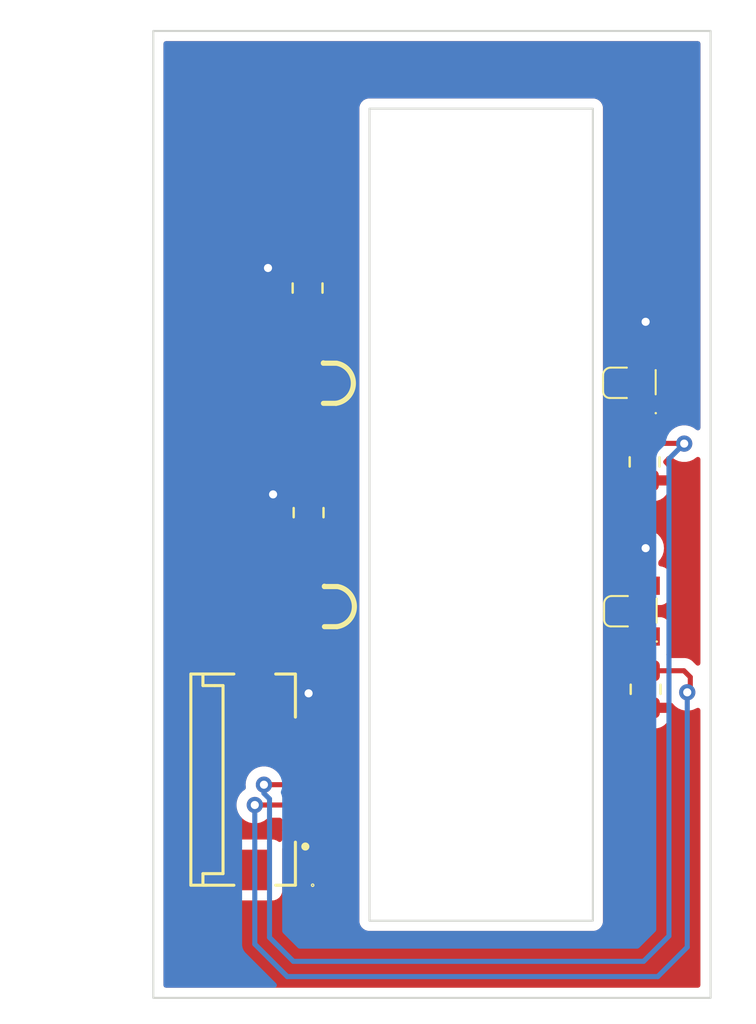
<source format=kicad_pcb>
(kicad_pcb (version 20240108) (generator "pcbnew") (generator_version "8.0")
  (layers (0 "F.Cu" signal) (31 "B.Cu" signal) (34 "B.Paste" user) (35 "F.Paste" user) (36 "B.SilkS" user "B.Silkscreen") (37 "F.SilkS" user "F.Silkscreen") (38 "B.Mask" user) (39 "F.Mask" user) (44 "Edge.Cuts" user))
  (net 0 "")
  (net 1 "Optical-Output1")
  (net 3 "Optical-Output2")
  (net 4 "+3V3")
  (net 8 "GND")
  (net 13 "Net-(R1-Pad2)")
  (net 14 "Net-(R3-Pad2)")
  (footprint "MyKicadFootprints:OPTO-SMD_PT26-51B-TR8" (layer "F.Cu") (at 163.6 77.150064 90)
    (property "Reference" "LED2" (hide yes))
    (property "Value" "PT26-51B/TR8")
    (fp_line (start -0.000686 -2.046177) (end 0.362535 -2.046177) (stroke (width 0.1)) (layer "F.SilkS"))
    (fp_line (start -0.000686 -2.046177) (end -0.419787 -2.046177) (stroke (width 0.1)) (layer "F.SilkS"))
    (fp_line (start -0.752527 -1.713437) (end -0.752527 -0.880315) (stroke (width 0.1)) (layer "F.SilkS"))
    (fp_line (start 0.743536 -1.665177) (end 0.743536 -0.880315) (stroke (width 0.1)) (layer "F.SilkS"))
    (fp_line (start 0.619634 0.544602) (end 0.619634 0.547142) (stroke (width 0.1)) (layer "F.SilkS"))
    (fp_line (start -0.574168 0.544602) (end 0.619634 0.544602) (stroke (width 0.1)) (layer "F.SilkS"))
    (fp_arc (start 0.362535 -2.046177) (mid 0.631943 -1.934585) (end 0.743535 -1.665177) (stroke (width 0.1)) (layer "F.SilkS"))
    (fp_arc (start -0.752527 -1.713437) (mid -0.65507 -1.94872) (end -0.419787 -2.046177) (stroke (width 0.1)) (layer "F.SilkS"))
    (fp_arc (start 0.743536 -0.880315) (mid 0.742792 -0.878519) (end 0.740996 -0.877775) (stroke (width 0.1)) (layer "F.SilkS"))
    (fp_arc (start -0.752527 -0.880315) (mid -0.753271 -0.878519) (end -0.755067 -0.877775) (stroke (width 0.1)) (layer "F.SilkS"))
    (fp_circle (center -1.499594 0.550013) (end -1.469596 0.550013) (stroke (width 0.059995)) (fill none) (layer "F.SilkS"))
    (pad "1" smd rect (at -1.249936 0 90) (size 0.9 1.4) (layers "F.Cu" "F.Paste" "F.Mask") (net 3 "Optical-Output2"))
    (pad "2" smd rect (at 1.249936 0 90) (size 0.9 1.4) (layers "F.Cu" "F.Paste" "F.Mask") (net 4 "+3V3"))
  )
  (footprint "Resistor_SMD:R_0805_2012Metric" (layer "F.Cu") (at 147 72.3 -90)
    (property "Reference" "R3" (hide yes))
    (property "Value" "100")
    (fp_line (start -0.227064 0.735) (end 0.227064 0.735) (stroke (width 0.12)) (layer "F.SilkS"))
    (fp_line (start -0.227064 -0.735) (end 0.227064 -0.735) (stroke (width 0.12)) (layer "F.SilkS"))
    (pad "1" smd roundrect (at -0.9125 0 270) (size 1.025 1.4) (layers "F.Cu" "F.Paste" "F.Mask") (roundrect_rratio 0.243902) (net 4 "+3V3"))
    (pad "2" smd roundrect (at 0.9125 0 270) (size 1.025 1.4) (layers "F.Cu" "F.Paste" "F.Mask") (roundrect_rratio 0.243902) (net 14 "Net-(R3-Pad2)"))
  )
  (footprint "Resistor_SMD:R_0805_2012Metric" (layer "F.Cu") (at 163.6 81 -90)
    (property "Reference" "R4" (hide yes))
    (property "Value" "1k")
    (fp_line (start -0.227064 0.735) (end 0.227064 0.735) (stroke (width 0.12)) (layer "F.SilkS"))
    (fp_line (start -0.227064 -0.735) (end 0.227064 -0.735) (stroke (width 0.12)) (layer "F.SilkS"))
    (pad "1" smd roundrect (at -0.9125 0 270) (size 1.025 1.4) (layers "F.Cu" "F.Paste" "F.Mask") (roundrect_rratio 0.243902) (net 3 "Optical-Output2"))
    (pad "2" smd roundrect (at 0.9125 0 270) (size 1.025 1.4) (layers "F.Cu" "F.Paste" "F.Mask") (roundrect_rratio 0.243902) (net 8 "GND"))
  )
  (footprint "MyKicadFootprints:LED-SMD_3P-L3.0-W2.5" (layer "F.Cu") (at 146.675133 76.900013 -90)
    (property "Reference" "U2" (hide yes))
    (property "Value" "XZTHI56W-1")
    (fp_line (start -0.960325 -1.102692) (end -0.976937 -1.102692) (stroke (width 0.254001)) (layer "F.SilkS"))
    (fp_line (start 1.016002 -1.721996) (end 1.016002 -1.106147) (stroke (width 0.254001)) (layer "F.SilkS"))
    (fp_line (start -0.960325 -1.744933) (end -0.960325 -1.102692) (stroke (width 0.254001)) (layer "F.SilkS"))
    (fp_arc (start -0.960325 -1.744958) (mid 0.037678 -2.580446) (end 1.016001 -1.721997) (stroke (width 0.254001)) (layer "F.SilkS"))
    (pad "1" smd rect (at -1.750013 -0.324867 270) (size 1.5 1.1) (layers "F.Cu" "F.Paste" "F.Mask") (net 14 "Net-(R3-Pad2)"))
    (pad "2" smd rect (at 1.750114 -0.325121 270) (size 1.5 1.1) (layers "F.Cu" "F.Paste" "F.Mask") (net 8 "GND"))
    (pad "3" smd rect (at 0.000051 0.324867 270) (size 0.9 0.9) (layers "F.Cu" "F.Paste" "F.Mask"))
  )
  (footprint "Resistor_SMD:R_0805_2012Metric" (layer "F.Cu") (at 163.55 69.8 -90)
    (property "Reference" "R2" (hide yes))
    (property "Value" "1k")
    (fp_line (start -0.227064 0.735) (end 0.227064 0.735) (stroke (width 0.12)) (layer "F.SilkS"))
    (fp_line (start -0.227064 -0.735) (end 0.227064 -0.735) (stroke (width 0.12)) (layer "F.SilkS"))
    (pad "1" smd roundrect (at -0.9125 0 270) (size 1.025 1.4) (layers "F.Cu" "F.Paste" "F.Mask") (roundrect_rratio 0.243902) (net 1 "Optical-Output1"))
    (pad "2" smd roundrect (at 0.9125 0 270) (size 1.025 1.4) (layers "F.Cu" "F.Paste" "F.Mask") (roundrect_rratio 0.243902) (net 8 "GND"))
  )
  (footprint "Resistor_SMD:R_0805_2012Metric" (layer "F.Cu") (at 146.95 61.2375 -90)
    (property "Reference" "R1" (hide yes))
    (property "Value" "100")
    (fp_line (start -0.227064 0.735) (end 0.227064 0.735) (stroke (width 0.12)) (layer "F.SilkS"))
    (fp_line (start -0.227064 -0.735) (end 0.227064 -0.735) (stroke (width 0.12)) (layer "F.SilkS"))
    (pad "1" smd roundrect (at -0.9125 0 270) (size 1.025 1.4) (layers "F.Cu" "F.Paste" "F.Mask") (roundrect_rratio 0.243902) (net 4 "+3V3"))
    (pad "2" smd roundrect (at 0.9125 0 270) (size 1.025 1.4) (layers "F.Cu" "F.Paste" "F.Mask") (roundrect_rratio 0.243902) (net 13 "Net-(R1-Pad2)"))
  )
  (footprint "MyKicadFootprints:LED-SMD_3P-L3.0-W2.5" (layer "F.Cu") (at 146.625133 65.900013 -90)
    (property "Reference" "U1" (hide yes))
    (property "Value" "XZTHI56W-1")
    (fp_line (start -0.960325 -1.102692) (end -0.976937 -1.102692) (stroke (width 0.254001)) (layer "F.SilkS"))
    (fp_line (start 1.016002 -1.721996) (end 1.016002 -1.106147) (stroke (width 0.254001)) (layer "F.SilkS"))
    (fp_line (start -0.960325 -1.744933) (end -0.960325 -1.102692) (stroke (width 0.254001)) (layer "F.SilkS"))
    (fp_arc (start -0.960325 -1.744958) (mid 0.037678 -2.580446) (end 1.016001 -1.721997) (stroke (width 0.254001)) (layer "F.SilkS"))
    (pad "1" smd rect (at -1.750013 -0.324867 270) (size 1.5 1.1) (layers "F.Cu" "F.Paste" "F.Mask") (net 13 "Net-(R1-Pad2)"))
    (pad "2" smd rect (at 1.750114 -0.325121 270) (size 1.5 1.1) (layers "F.Cu" "F.Paste" "F.Mask") (net 8 "GND"))
    (pad "3" smd rect (at 0.000051 0.324867 270) (size 0.9 0.9) (layers "F.Cu" "F.Paste" "F.Mask"))
  )
  (footprint "MyKicadFootprints:OPTO-SMD_PT26-51B-TR8" (layer "F.Cu") (at 163.55 65.900064 90)
    (property "Reference" "LED1" (hide yes))
    (property "Value" "PT26-51B/TR8")
    (fp_line (start -0.000686 -2.046177) (end 0.362535 -2.046177) (stroke (width 0.1)) (layer "F.SilkS"))
    (fp_line (start -0.000686 -2.046177) (end -0.419787 -2.046177) (stroke (width 0.1)) (layer "F.SilkS"))
    (fp_line (start -0.752527 -1.713437) (end -0.752527 -0.880315) (stroke (width 0.1)) (layer "F.SilkS"))
    (fp_line (start 0.743536 -1.665177) (end 0.743536 -0.880315) (stroke (width 0.1)) (layer "F.SilkS"))
    (fp_line (start 0.619634 0.544602) (end 0.619634 0.547142) (stroke (width 0.1)) (layer "F.SilkS"))
    (fp_line (start -0.574168 0.544602) (end 0.619634 0.544602) (stroke (width 0.1)) (layer "F.SilkS"))
    (fp_arc (start 0.362535 -2.046177) (mid 0.631943 -1.934585) (end 0.743535 -1.665177) (stroke (width 0.1)) (layer "F.SilkS"))
    (fp_arc (start -0.752527 -1.713437) (mid -0.65507 -1.94872) (end -0.419787 -2.046177) (stroke (width 0.1)) (layer "F.SilkS"))
    (fp_arc (start 0.743536 -0.880315) (mid 0.742792 -0.878519) (end 0.740996 -0.877775) (stroke (width 0.1)) (layer "F.SilkS"))
    (fp_arc (start -0.752527 -0.880315) (mid -0.753271 -0.878519) (end -0.755067 -0.877775) (stroke (width 0.1)) (layer "F.SilkS"))
    (fp_circle (center -1.499594 0.550013) (end -1.469596 0.550013) (stroke (width 0.059995)) (fill none) (layer "F.SilkS"))
    (pad "1" smd rect (at -1.249936 0 90) (size 0.9 1.4) (layers "F.Cu" "F.Paste" "F.Mask") (net 1 "Optical-Output1"))
    (pad "2" smd rect (at 1.249936 0 90) (size 0.9 1.4) (layers "F.Cu" "F.Paste" "F.Mask") (net 4 "+3V3"))
  )
  (footprint "MyKicadFootprints:FPC-SMD_12P-P0.50_HCTL_XW05202-120R-00" (layer "F.Cu") (at 145.65 85.45 -90)
    (property "Reference" "J1" (hide yes))
    (property "Value" "vik-module-connector")
    (fp_line (start -5.200991 4.450013) (end -5.200991 2.330124) (stroke (width 0.151994)) (layer "F.SilkS"))
    (fp_line (start 5.200991 4.450013) (end -5.200991 4.450013) (stroke (width 0.151994)) (layer "F.SilkS"))
    (fp_line (start -5.201041 3.854712) (end -4.63208 3.854712) (stroke (width 0.151994)) (layer "F.SilkS"))
    (fp_line (start -4.63208 3.854712) (end -4.63208 3.273051) (stroke (width 0.151994)) (layer "F.SilkS"))
    (fp_line (start 4.631318 3.854712) (end 5.200279 3.854712) (stroke (width 0.151994)) (layer "F.SilkS"))
    (fp_line (start 5.200279 3.854712) (end 5.200279 3.659131) (stroke (width 0.151994)) (layer "F.SilkS"))
    (fp_line (start -4.63208 3.273051) (end -4.63208 2.86411) (stroke (width 0.151994)) (layer "F.SilkS"))
    (fp_line (start -4.63208 2.86411) (end 4.631318 2.86411) (stroke (width 0.151994)) (layer "F.SilkS"))
    (fp_line (start 4.631318 2.86411) (end 4.631318 3.854712) (stroke (width 0.151994)) (layer "F.SilkS"))
    (fp_line (start 5.200991 2.330124) (end 5.200991 4.450013) (stroke (width 0.151994)) (layer "F.SilkS"))
    (fp_line (start -5.200991 0.269825) (end -5.200991 -0.7) (stroke (width 0.151994)) (layer "F.SilkS"))
    (fp_line (start -5.200991 -0.7) (end -3.080086 -0.7) (stroke (width 0.151994)) (layer "F.SilkS"))
    (fp_line (start 3.080086 -0.7) (end 5.190018 -0.7) (stroke (width 0.151994)) (layer "F.SilkS"))
    (fp_line (start 5.190018 -0.7) (end 5.202007 -0.688011) (stroke (width 0.151994)) (layer "F.SilkS"))
    (fp_line (start 5.200991 -0.7) (end 5.200991 0.269825) (stroke (width 0.151994)) (layer "F.SilkS"))
    (fp_circle (center 3.295022 -1.189992) (end 3.395098 -1.189992) (stroke (width 0.2)) (fill none) (layer "F.SilkS"))
    (fp_circle (center 5.200787 -1.549911) (end 5.230759 -1.549911) (stroke (width 0.059995)) (fill none) (layer "F.SilkS"))
    (pad "1" smd rect (at 2.749936 -1.299975 90) (size 0.3 1.5) (layers "F.Cu" "F.Paste" "F.Mask"))
    (pad "2" smd rect (at 2.250064 -1.299975 90) (size 0.3 1.5) (layers "F.Cu" "F.Paste" "F.Mask"))
    (pad "3" smd rect (at 1.749936 -1.299975 90) (size 0.3 1.5) (layers "F.Cu" "F.Paste" "F.Mask"))
    (pad "4" smd rect (at 1.250064 -1.299975 90) (size 0.3 1.5) (layers "F.Cu" "F.Paste" "F.Mask") (net 3 "Optical-Output2"))
    (pad "5" smd rect (at 0.749936 -1.299975 90) (size 0.3 1.5) (layers "F.Cu" "F.Paste" "F.Mask"))
    (pad "6" smd rect (at 0.250064 -1.299975 90) (size 0.3 1.5) (layers "F.Cu" "F.Paste" "F.Mask") (net 1 "Optical-Output1"))
    (pad "7" smd rect (at -0.250064 -1.299975 90) (size 0.3 1.5) (layers "F.Cu" "F.Paste" "F.Mask"))
    (pad "8" smd rect (at -0.749936 -1.299975 90) (size 0.3 1.5) (layers "F.Cu" "F.Paste" "F.Mask"))
    (pad "9" smd rect (at -1.250064 -1.299975 90) (size 0.3 1.5) (layers "F.Cu" "F.Paste" "F.Mask"))
    (pad "10" smd rect (at -1.749936 -1.299975 90) (size 0.3 1.5) (layers "F.Cu" "F.Paste" "F.Mask"))
    (pad "11" smd rect (at -2.250064 -1.299975 90) (size 0.3 1.5) (layers "F.Cu" "F.Paste" "F.Mask") (net 8 "GND"))
    (pad "12" smd rect (at -2.749936 -1.299975 90) (size 0.3 1.5) (layers "F.Cu" "F.Paste" "F.Mask") (net 4 "+3V3"))
    (pad "13" smd rect (at -4.449962 1.299975 90) (size 2 1.7) (layers "F.Cu" "F.Paste" "F.Mask"))
    (pad "14" smd rect (at 4.449962 1.299975 90) (size 2 1.7) (layers "F.Cu" "F.Paste" "F.Mask"))
  )
  (gr_rect (start 150 52.4) (end 161 92.4) (stroke (width 0.1)) (fill none) (layer "Edge.Cuts"))
  (gr_rect (start 139.35 48.575) (end 166.8 96.2) (stroke (width 0.1)) (fill none) (layer "Edge.Cuts"))
  (segment (start 144.8 85.7) (end 146.949911 85.7) (width 0.25) (layer "F.Cu") (net 1))
  (segment (start 163.55 68.8875) (end 163.55 67.15) (width 0.25) (layer "F.Cu") (net 1))
  (segment (start 163.55 68.8875) (end 165.4875 68.8875) (width 0.25) (layer "F.Cu") (net 1))
  (segment (start 146.949911 85.7) (end 146.949975 85.700064) (width 0.25) (layer "F.Cu") (net 1))
  (segment (start 165.4875 68.8875) (end 165.5 68.9) (width 0.25) (layer "F.Cu") (net 1))
  (via (at 165.5 68.9) (size 0.8) (drill 0.4) (layers "F.Cu" "B.Cu") (net 1))
  (via (at 144.8 85.7) (size 0.8) (drill 0.4) (layers "F.Cu" "B.Cu") (net 1))
  (segment (start 144.8 86.124695) (end 145.075 86.399695) (width 0.25) (layer "B.Cu") (net 1))
  (segment (start 163.5 94.4) (end 164.75 93.15) (width 0.25) (layer "B.Cu") (net 1))
  (segment (start 164.75 69.65) (end 165.5 68.9) (width 0.25) (layer "B.Cu") (net 1))
  (segment (start 164.75 93.15) (end 164.75 69.65) (width 0.25) (layer "B.Cu") (net 1))
  (segment (start 144.8 85.7) (end 144.8 86.124695) (width 0.25) (layer "B.Cu") (net 1))
  (segment (start 146.25 94.4) (end 163.5 94.4) (width 0.25) (layer "B.Cu") (net 1))
  (segment (start 145.075 86.399695) (end 145.075 93.225) (width 0.25) (layer "B.Cu") (net 1))
  (segment (start 145.075 93.225) (end 146.25 94.4) (width 0.25) (layer "B.Cu") (net 1))
  (segment (start 165.4875 80.0875) (end 165.8 80.4) (width 0.25) (layer "F.Cu") (net 3))
  (segment (start 163.6 80.0875) (end 165.4875 80.0875) (width 0.25) (layer "F.Cu") (net 3))
  (segment (start 144.350064 86.700064) (end 146.949975 86.700064) (width 0.25) (layer "F.Cu") (net 3))
  (segment (start 165.8 81) (end 165.65 81.15) (width 0.25) (layer "F.Cu") (net 3))
  (segment (start 144.35 86.7) (end 144.350064 86.700064) (width 0.25) (layer "F.Cu") (net 3))
  (segment (start 163.6 80.0875) (end 163.6 78.4) (width 0.25) (layer "F.Cu") (net 3))
  (segment (start 165.8 80.4) (end 165.8 81) (width 0.25) (layer "F.Cu") (net 3))
  (via (at 165.65 81.15) (size 0.8) (drill 0.4) (layers "F.Cu" "B.Cu") (net 3))
  (via (at 144.35 86.7) (size 0.8) (drill 0.4) (layers "F.Cu" "B.Cu") (net 3))
  (segment (start 144.35 86.7) (end 144.35 93.55) (width 0.25) (layer "B.Cu") (net 3))
  (segment (start 165.65 93.7) (end 165.65 81.15) (width 0.25) (layer "B.Cu") (net 3))
  (segment (start 144.35 93.55) (end 145.95 95.15) (width 0.25) (layer "B.Cu") (net 3))
  (segment (start 145.95 95.15) (end 164.2 95.15) (width 0.25) (layer "B.Cu") (net 3))
  (segment (start 164.2 95.15) (end 165.65 93.7) (width 0.25) (layer "B.Cu") (net 3))
  (segment (start 163.55 62.95) (end 163.6 62.9) (width 0.25) (layer "F.Cu") (net 4))
  (segment (start 146.949975 81.250025) (end 147 81.2) (width 0.25) (layer "F.Cu") (net 4))
  (segment (start 163.55 64.650128) (end 163.55 62.95) (width 0.25) (layer "F.Cu") (net 4))
  (segment (start 147 71.3875) (end 145.2625 71.3875) (width 0.25) (layer "F.Cu") (net 4))
  (segment (start 146.95 60.325) (end 145.075 60.325) (width 0.25) (layer "F.Cu") (net 4))
  (segment (start 163.6 75.900128) (end 163.6 74.05) (width 0.25) (layer "F.Cu") (net 4))
  (segment (start 146.949975 82.700064) (end 146.949975 81.250025) (width 0.25) (layer "F.Cu") (net 4))
  (segment (start 145.2625 71.3875) (end 145.25 71.4) (width 0.25) (layer "F.Cu") (net 4))
  (segment (start 145.075 60.325) (end 145 60.25) (width 0.25) (layer "F.Cu") (net 4))
  (via (at 147 81.2) (size 0.8) (drill 0.4) (layers "F.Cu" "B.Cu") (net 4))
  (via (at 145.25 71.4) (size 0.8) (drill 0.4) (layers "F.Cu" "B.Cu") (net 4))
  (via (at 163.6 74.05) (size 0.8) (drill 0.4) (layers "F.Cu" "B.Cu") (net 4))
  (via (at 163.6 62.9) (size 0.8) (drill 0.4) (layers "F.Cu" "B.Cu") (net 4))
  (via (at 145 60.25) (size 0.8) (drill 0.4) (layers "F.Cu" "B.Cu") (net 4))
  (segment (start 146.95 64.15) (end 146.95 62.15) (width 0.25) (layer "F.Cu") (net 13))
  (segment (start 147 75.15) (end 147 73.2125) (width 0.25) (layer "F.Cu") (net 14))
  (zone (net 8) (net_name "GND") (layer "F.Cu") (connect_pads (clearance 0.5)) (min_thickness 0.25) (fill yes (thermal_gap 0.5) (thermal_bridge_width 0.5))
    (polygon (pts (xy 133 48.1) (xy 168.3 47.9) (xy 167.85 96.8) (xy 132.1 97.1)))
  )
  (zone (net 4) (net_name "+3V3") (layer "B.Cu") (priority 1) (connect_pads (clearance 0.5)) (min_thickness 0.25) (fill yes (thermal_gap 0.5) (thermal_bridge_width 0.5))
    (polygon (pts (xy 133.15 47.1) (xy 169.05 47.05) (xy 168.25 97.15) (xy 131.8 97.5)))
  )
)
</source>
